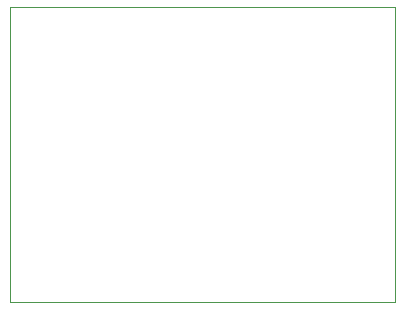
<source format=gbr>
%TF.GenerationSoftware,KiCad,Pcbnew,9.0.0-250-g02b756189b*%
%TF.CreationDate,2025-03-17T22:21:07-05:00*%
%TF.ProjectId,USB-Breakout,5553422d-4272-4656-916b-6f75742e6b69,rev?*%
%TF.SameCoordinates,Original*%
%TF.FileFunction,Profile,NP*%
%FSLAX46Y46*%
G04 Gerber Fmt 4.6, Leading zero omitted, Abs format (unit mm)*
G04 Created by KiCad (PCBNEW 9.0.0-250-g02b756189b) date 2025-03-17 22:21:07*
%MOMM*%
%LPD*%
G01*
G04 APERTURE LIST*
%TA.AperFunction,Profile*%
%ADD10C,0.050000*%
%TD*%
G04 APERTURE END LIST*
D10*
X137033000Y-59436000D02*
X169653000Y-59436000D01*
X169653000Y-84436000D01*
X137033000Y-84436000D01*
X137033000Y-59436000D01*
M02*

</source>
